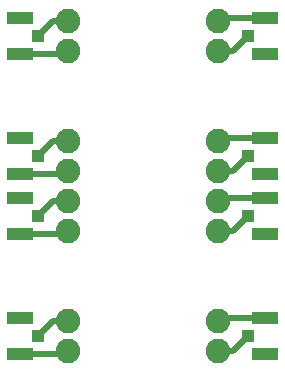
<source format=gbr>
G04 #@! TF.GenerationSoftware,KiCad,Pcbnew,(5.1.5)-3*
G04 #@! TF.CreationDate,2020-05-25T15:33:18-04:00*
G04 #@! TF.ProjectId,vuv4x2,76757634-7832-42e6-9b69-6361645f7063,rev?*
G04 #@! TF.SameCoordinates,Original*
G04 #@! TF.FileFunction,Copper,L1,Top*
G04 #@! TF.FilePolarity,Positive*
%FSLAX46Y46*%
G04 Gerber Fmt 4.6, Leading zero omitted, Abs format (unit mm)*
G04 Created by KiCad (PCBNEW (5.1.5)-3) date 2020-05-25 15:33:18*
%MOMM*%
%LPD*%
G04 APERTURE LIST*
%ADD10R,2.200000X1.050000*%
%ADD11R,1.000000X1.000000*%
%ADD12C,2.082800*%
%ADD13C,0.508000*%
G04 APERTURE END LIST*
D10*
X109450000Y-62000000D03*
X109450000Y-65000000D03*
D11*
X107950000Y-63500000D03*
D10*
X109450000Y-72160000D03*
X109450000Y-75160000D03*
D11*
X107950000Y-73660000D03*
D10*
X109450000Y-77240000D03*
X109450000Y-80240000D03*
D11*
X107950000Y-78740000D03*
D10*
X109450000Y-87400000D03*
X109450000Y-90400000D03*
D11*
X107950000Y-88900000D03*
D10*
X88670000Y-90400000D03*
X88670000Y-87400000D03*
D11*
X90170000Y-88900000D03*
D10*
X88670000Y-80240000D03*
X88670000Y-77240000D03*
D11*
X90170000Y-78740000D03*
D10*
X88670000Y-75160000D03*
X88670000Y-72160000D03*
D11*
X90170000Y-73660000D03*
D10*
X88670000Y-65000000D03*
X88670000Y-62000000D03*
D11*
X90170000Y-63500000D03*
D12*
X92710000Y-62230000D03*
X92710000Y-64770000D03*
X92710000Y-72390000D03*
X92710000Y-74930000D03*
X105410000Y-74930000D03*
X105410000Y-72390000D03*
X105410000Y-64770000D03*
X105410000Y-62230000D03*
X92710000Y-77470000D03*
X92710000Y-80010000D03*
X92710000Y-87630000D03*
X92710000Y-90170000D03*
X105410000Y-90170000D03*
X105410000Y-87630000D03*
X105410000Y-80010000D03*
X105410000Y-77470000D03*
D13*
X92710000Y-62230000D02*
X91440000Y-62230000D01*
X91440000Y-62230000D02*
X90170000Y-63500000D01*
X88670000Y-65000000D02*
X92480000Y-65000000D01*
X92480000Y-65000000D02*
X92837000Y-64643000D01*
X92710000Y-72390000D02*
X91948000Y-72390000D01*
X88670000Y-75160000D02*
X92480000Y-75160000D01*
X88670000Y-80240000D02*
X92480000Y-80240000D01*
X88670000Y-90400000D02*
X92480000Y-90400000D01*
X91440000Y-72390000D02*
X90170000Y-73660000D01*
X91440000Y-77470000D02*
X90170000Y-78740000D01*
X91440000Y-87630000D02*
X90170000Y-88900000D01*
X92710000Y-72390000D02*
X91440000Y-72390000D01*
X92710000Y-77470000D02*
X91440000Y-77470000D01*
X92710000Y-87630000D02*
X91440000Y-87630000D01*
X105410000Y-80010000D02*
X106172000Y-80010000D01*
X109450000Y-87400000D02*
X105640000Y-87400000D01*
X106680000Y-90170000D02*
X107950000Y-88900000D01*
X105410000Y-90170000D02*
X106680000Y-90170000D01*
X109450000Y-62000000D02*
X105640000Y-62000000D01*
X105410000Y-64770000D02*
X106680000Y-64770000D01*
X106680000Y-80010000D02*
X107950000Y-78740000D01*
X106680000Y-64770000D02*
X107950000Y-63500000D01*
X106680000Y-74930000D02*
X107950000Y-73660000D01*
X105410000Y-80010000D02*
X106680000Y-80010000D01*
X105410000Y-74930000D02*
X106680000Y-74930000D01*
X109450000Y-77240000D02*
X105640000Y-77240000D01*
X109450000Y-72160000D02*
X105640000Y-72160000D01*
M02*

</source>
